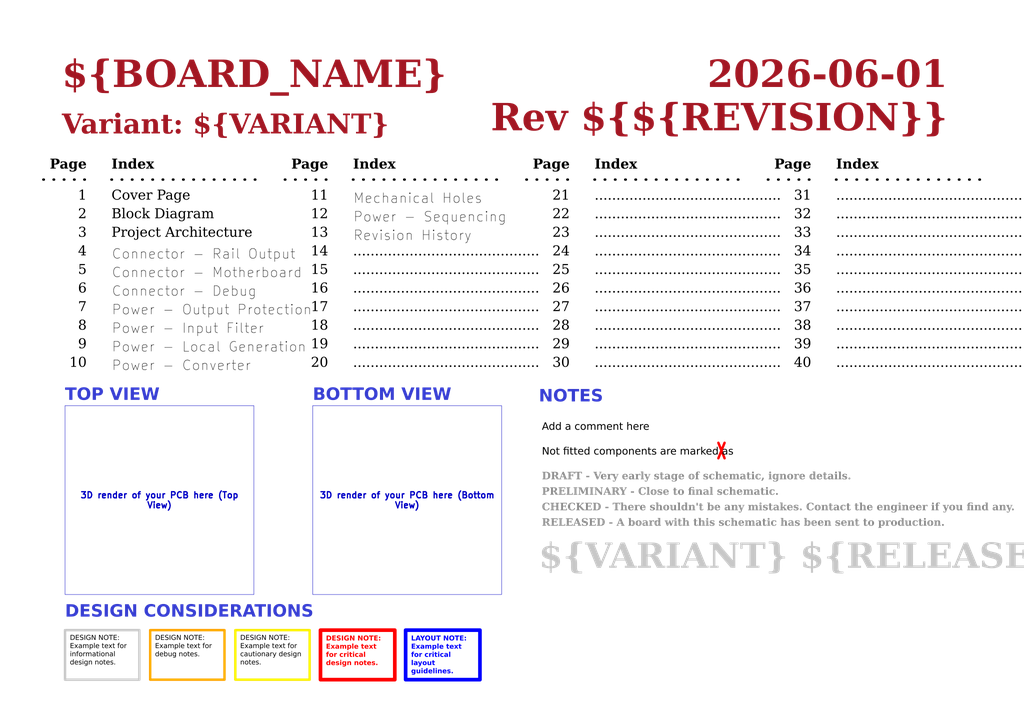
<source format=kicad_sch>
(kicad_sch
	(version 20231120)
	(generator "eeschema")
	(generator_version "8.0")
	(uuid "0650c7a8-acba-429c-9f8e-eec0baf0bc1c")
	(paper "A3")
	(title_block
		(title "Cover Page")
		(date "Last Modified Date")
		(rev "${REVISION}")
		(company "${COMPANY}")
	)
	(lib_symbols)
	(polyline
		(pts
			(xy 215.9 73.66) (xy 233.68 73.66)
		)
		(stroke
			(width 1)
			(type dot)
			(color 0 0 0 1)
		)
		(uuid "024689d9-b8ca-41ae-b55d-6ff207f6e101")
	)
	(polyline
		(pts
			(xy 297.18 181.61) (xy 294.64 187.96)
		)
		(stroke
			(width 1)
			(type default)
			(color 255 0 0 1)
		)
		(uuid "4ae2cac4-7676-4a8d-91c4-c6c6f4585019")
	)
	(polyline
		(pts
			(xy 45.72 73.66) (xy 106.68 73.66)
		)
		(stroke
			(width 1)
			(type dot)
			(color 0 0 0 1)
		)
		(uuid "594379bc-c052-4d2e-996b-8b5c1a0857fd")
	)
	(polyline
		(pts
			(xy 342.9 73.66) (xy 403.86 73.66)
		)
		(stroke
			(width 1)
			(type dot)
			(color 0 0 0 1)
		)
		(uuid "8ca04e4f-914f-46ae-b7bb-c241f34f0be3")
	)
	(polyline
		(pts
			(xy 243.84 73.66) (xy 304.8 73.66)
		)
		(stroke
			(width 1)
			(type dot)
			(color 0 0 0 1)
		)
		(uuid "90aedf20-3619-4eea-9142-e5201cfa9329")
	)
	(polyline
		(pts
			(xy 116.84 73.66) (xy 134.62 73.66)
		)
		(stroke
			(width 1)
			(type dot)
			(color 0 0 0 1)
		)
		(uuid "aa27a991-1dd0-4ddb-a292-69ddc074d2fe")
	)
	(polyline
		(pts
			(xy 17.78 73.66) (xy 35.56 73.66)
		)
		(stroke
			(width 1)
			(type dot)
			(color 0 0 0 1)
		)
		(uuid "aefa0f5d-e237-48a6-8d0d-7925958d23a4")
	)
	(polyline
		(pts
			(xy 294.64 181.61) (xy 297.18 187.96)
		)
		(stroke
			(width 1)
			(type default)
			(color 255 0 0 1)
		)
		(uuid "b16ef1e7-4b58-4125-810d-81e7071984f8")
	)
	(polyline
		(pts
			(xy 144.78 73.66) (xy 205.74 73.66)
		)
		(stroke
			(width 1)
			(type dot)
			(color 0 0 0 1)
		)
		(uuid "d03f8f3f-5543-483d-a054-040e77e06c0e")
	)
	(polyline
		(pts
			(xy 314.96 73.66) (xy 332.74 73.66)
		)
		(stroke
			(width 1)
			(type dot)
			(color 0 0 0 1)
		)
		(uuid "f1ab5a98-3d21-4c83-b2d8-cfe1793d64cb")
	)
	(text_box "3D render of your PCB here (Bottom View)"
		(exclude_from_sim no)
		(at 128.27 166.37 0)
		(size 77.47 77.47)
		(stroke
			(width 0)
			(type default)
		)
		(fill
			(type none)
		)
		(effects
			(font
				(size 2.54 2.54)
				(thickness 0.508)
				(bold yes)
			)
		)
		(uuid "0c38d11f-bb11-46db-a91c-ebc0b30e95f5")
	)
	(text_box "3D render of your PCB here (Top View)"
		(exclude_from_sim no)
		(at 26.67 166.37 0)
		(size 77.47 77.47)
		(stroke
			(width 0)
			(type default)
		)
		(fill
			(type none)
		)
		(effects
			(font
				(size 2.54 2.54)
				(thickness 0.508)
				(bold yes)
			)
		)
		(uuid "2d015f2a-bc39-4866-bbd9-40b03d497a26")
	)
	(text_box "Metadata can be set in File → Schematic Setup → Project → Text Variables"
		(exclude_from_sim no)
		(at 8.89 300.99 0)
		(size 119.38 6.35)
		(stroke
			(width -0.0001)
			(type default)
		)
		(fill
			(type none)
		)
		(effects
			(font
				(size 2.54 2.54)
				(thickness 0.381)
				(bold yes)
				(color 0 0 0 1)
			)
			(justify right top)
		)
		(uuid "4d4fc8f9-28d9-4b33-b78d-b00f0a2b33ca")
	)
	(text_box "DESIGN NOTE:\nExample text for informational design notes."
		(exclude_from_sim no)
		(at 26.67 258.445 0)
		(size 30.48 20.32)
		(stroke
			(width 1)
			(type solid)
			(color 200 200 200 1)
		)
		(fill
			(type none)
		)
		(effects
			(font
				(face "Arial")
				(size 2 2)
				(color 0 0 0 1)
			)
			(justify left top)
		)
		(uuid "60b6a08c-a542-468e-b79f-aa4a2aa0e9e7")
	)
	(text_box "LAYOUT NOTE:\nExample text for critical layout guidelines."
		(exclude_from_sim no)
		(at 166.37 258.445 0)
		(size 30.48 20.32)
		(stroke
			(width 1.5)
			(type solid)
			(color 0 0 255 1)
		)
		(fill
			(type none)
		)
		(effects
			(font
				(face "Arial")
				(size 2 2)
				(thickness 0.4)
				(bold yes)
				(color 0 0 255 1)
			)
			(justify left top)
		)
		(uuid "b2648603-9b19-4c01-9621-49d92c5b8a6e")
	)
	(text_box "DESIGN NOTE:\nExample text for cautionary design notes."
		(exclude_from_sim no)
		(at 96.52 258.445 0)
		(size 30.48 20.32)
		(stroke
			(width 1)
			(type solid)
			(color 250 236 0 1)
		)
		(fill
			(type none)
		)
		(effects
			(font
				(face "Arial")
				(size 2 2)
				(color 0 0 0 1)
			)
			(justify left top)
		)
		(uuid "c7ec7f64-f5b0-4d3e-9743-7d40c3e23ecf")
	)
	(text_box "DESIGN NOTE:\nExample text for debug notes."
		(exclude_from_sim no)
		(at 61.595 258.445 0)
		(size 30.48 20.32)
		(stroke
			(width 1)
			(type solid)
			(color 255 165 0 1)
		)
		(fill
			(type none)
		)
		(effects
			(font
				(face "Arial")
				(size 2 2)
				(color 0 0 0 1)
			)
			(justify left top)
		)
		(uuid "c8bf2561-6ede-45f0-9b2e-12af2dfee13b")
	)
	(text_box "DESIGN NOTE:\nExample text for critical design notes."
		(exclude_from_sim no)
		(at 131.445 258.445 0)
		(size 30.48 20.32)
		(stroke
			(width 1.5)
			(type solid)
			(color 255 0 0 1)
		)
		(fill
			(type none)
		)
		(effects
			(font
				(face "Arial")
				(size 2 2)
				(thickness 0.4)
				(bold yes)
				(color 255 0 0 1)
			)
			(justify left top)
		)
		(uuid "d03e1008-e371-461f-a9f2-320d8a2b7341")
	)
	(text "9"
		(exclude_from_sim no)
		(at 35.56 144.78 0)
		(effects
			(font
				(face "Times New Roman")
				(size 4 4)
				(color 0 0 0 1)
			)
			(justify right bottom)
			(href "#9")
		)
		(uuid "0171ecc8-df6f-418e-95ea-db73cf975716")
	)
	(text "BOTTOM VIEW"
		(exclude_from_sim no)
		(at 128.27 166.37 0)
		(effects
			(font
				(face "Arial")
				(size 5 5)
				(bold yes)
				(color 53 60 207 1)
			)
			(justify left bottom)
		)
		(uuid "041ff709-0f5e-466e-adab-d03afffd90b7")
	)
	(text "..........................................."
		(exclude_from_sim no)
		(at 243.84 99.06 0)
		(effects
			(font
				(face "Times New Roman")
				(size 4 4)
				(color 0 0 0 1)
			)
			(justify left bottom)
			(href "#23")
		)
		(uuid "0647f622-b644-4538-802a-42edf8cdccc5")
	)
	(text "13"
		(exclude_from_sim no)
		(at 134.62 99.06 0)
		(effects
			(font
				(face "Times New Roman")
				(size 4 4)
				(color 0 0 0 1)
			)
			(justify right bottom)
			(href "#13")
		)
		(uuid "09a9f005-609a-4854-9ba5-f5a5e7b8d7c7")
	)
	(text "RELEASED - A board with this schematic has been sent to production."
		(exclude_from_sim no)
		(at 222.25 217.17 0)
		(effects
			(font
				(face "Times New Roman")
				(size 3 3)
				(thickness 0.6)
				(bold yes)
				(color 140 140 140 1)
			)
			(justify left bottom)
		)
		(uuid "10cbc67f-d688-44d7-9e2b-bee41b99ad5c")
	)
	(text "Page"
		(exclude_from_sim no)
		(at 332.74 71.12 0)
		(effects
			(font
				(face "Times New Roman")
				(size 4 4)
				(bold yes)
				(color 0 0 0 1)
			)
			(justify right bottom)
		)
		(uuid "1b60c0cc-bf04-4615-8796-1ecc890b346a")
	)
	(text "TOP VIEW"
		(exclude_from_sim no)
		(at 26.67 166.37 0)
		(effects
			(font
				(face "Arial")
				(size 5 5)
				(bold yes)
				(color 53 60 207 1)
			)
			(justify left bottom)
		)
		(uuid "1c033b5c-f50d-4e0f-94c4-59e72fb244de")
	)
	(text "3"
		(exclude_from_sim no)
		(at 35.56 99.06 0)
		(effects
			(font
				(face "Times New Roman")
				(size 4 4)
				(color 0 0 0 1)
			)
			(justify right bottom)
			(href "#3")
		)
		(uuid "1dd16a1b-b3b8-42a1-b678-3a7b261e7284")
	)
	(text "38"
		(exclude_from_sim no)
		(at 332.74 137.16 0)
		(effects
			(font
				(face "Times New Roman")
				(size 4 4)
				(color 0 0 0 1)
			)
			(justify right bottom)
			(href "#38")
		)
		(uuid "2d20025d-61e4-451d-b51e-153fedc44d68")
	)
	(text "Power - Converter"
		(exclude_from_sim no)
		(at 45.72 152.4 0)
		(effects
			(font
				(size 4 4)
				(color 0 0 0 1)
			)
			(justify left bottom)
			(href "#10")
		)
		(uuid "2df49b6e-980f-4a01-ab23-c61ed27bd1b8")
	)
	(text "Power - Local Generation"
		(exclude_from_sim no)
		(at 45.72 144.78 0)
		(effects
			(font
				(size 4 4)
				(color 0 0 0 1)
			)
			(justify left bottom)
			(href "#9")
		)
		(uuid "319dfe95-cf7d-4b95-aa65-2f948d7bd6bc")
	)
	(text "Power - Input Filter"
		(exclude_from_sim no)
		(at 45.72 137.16 0)
		(effects
			(font
				(size 4 4)
				(color 0 0 0 1)
			)
			(justify left bottom)
			(href "#8")
		)
		(uuid "339f13bd-0896-43a1-925e-733e36e395bd")
	)
	(text "..........................................."
		(exclude_from_sim no)
		(at 144.78 121.92 0)
		(effects
			(font
				(face "Times New Roman")
				(size 4 4)
				(color 0 0 0 1)
			)
			(justify left bottom)
			(href "#16")
		)
		(uuid "34c28277-d6a5-4104-8740-b78485a8ff4c")
	)
	(text "1"
		(exclude_from_sim no)
		(at 35.56 83.82 0)
		(effects
			(font
				(face "Times New Roman")
				(size 4 4)
				(color 0 0 0 1)
			)
			(justify right bottom)
			(href "#1")
		)
		(uuid "3691ab49-6c05-4886-869a-12221f52fdee")
	)
	(text "Not fitted components are marked as"
		(exclude_from_sim no)
		(at 222.25 187.96 0)
		(effects
			(font
				(face "Arial")
				(size 3 3)
				(color 0 0 0 1)
			)
			(justify left bottom)
		)
		(uuid "3e121d9b-11e9-4895-9779-ade93d5b2a88")
	)
	(text "..........................................."
		(exclude_from_sim no)
		(at 243.84 152.4 0)
		(effects
			(font
				(face "Times New Roman")
				(size 4 4)
				(color 0 0 0 1)
			)
			(justify left bottom)
			(href "#30")
		)
		(uuid "41bb0f90-1135-4d50-9d44-9fb04444ecf6")
	)
	(text "Index"
		(exclude_from_sim no)
		(at 45.72 71.12 0)
		(effects
			(font
				(face "Times New Roman")
				(size 4 4)
				(bold yes)
				(color 0 0 0 1)
			)
			(justify left bottom)
		)
		(uuid "44841f0e-187c-41b9-a570-9f74973319c9")
	)
	(text "Revision History"
		(exclude_from_sim no)
		(at 144.78 99.06 0)
		(effects
			(font
				(size 4 4)
				(color 0 0 0 1)
			)
			(justify left bottom)
			(href "#13")
		)
		(uuid "461ef4aa-5f24-4935-a427-92bbc78a05f3")
	)
	(text "Index"
		(exclude_from_sim no)
		(at 144.78 71.12 0)
		(effects
			(font
				(face "Times New Roman")
				(size 4 4)
				(bold yes)
				(color 0 0 0 1)
			)
			(justify left bottom)
		)
		(uuid "4773b195-e777-483d-bd5a-5b18be14b485")
	)
	(text "27"
		(exclude_from_sim no)
		(at 233.68 129.54 0)
		(effects
			(font
				(face "Times New Roman")
				(size 4 4)
				(color 0 0 0 1)
			)
			(justify right bottom)
			(href "#27")
		)
		(uuid "47e5ef3a-a936-4417-8e04-a70df1a04676")
	)
	(text "15"
		(exclude_from_sim no)
		(at 134.62 114.3 0)
		(effects
			(font
				(face "Times New Roman")
				(size 4 4)
				(color 0 0 0 1)
			)
			(justify right bottom)
			(href "#15")
		)
		(uuid "48cae9b2-9935-4ee2-a962-685c04325434")
	)
	(text "6"
		(exclude_from_sim no)
		(at 35.56 121.92 0)
		(effects
			(font
				(face "Times New Roman")
				(size 4 4)
				(color 0 0 0 1)
			)
			(justify right bottom)
			(href "#6")
		)
		(uuid "4aa9b67c-c657-48d1-abb0-497faf20008a")
	)
	(text "PRELIMINARY - Close to final schematic."
		(exclude_from_sim no)
		(at 222.25 204.47 0)
		(effects
			(font
				(face "Times New Roman")
				(size 3 3)
				(thickness 0.6)
				(bold yes)
				(color 140 140 140 1)
			)
			(justify left bottom)
		)
		(uuid "4b75d6be-e2b4-4862-a5fd-f3239bff6734")
	)
	(text "24"
		(exclude_from_sim no)
		(at 233.68 106.68 0)
		(effects
			(font
				(face "Times New Roman")
				(size 4 4)
				(color 0 0 0 1)
			)
			(justify right bottom)
			(href "#24")
		)
		(uuid "4d10b8f7-ee9d-4539-987e-2871a213b2d6")
	)
	(text "${VARIANT} ${RELEASE_DATE}"
		(exclude_from_sim no)
		(at 220.98 237.49 0)
		(effects
			(font
				(face "Times New Roman")
				(size 10.16 10.16)
				(thickness 0.6)
				(bold yes)
				(color 200 200 200 1)
			)
			(justify left bottom)
		)
		(uuid "4f144e11-d681-45f3-b92d-dea6c28023e4")
	)
	(text "Page"
		(exclude_from_sim no)
		(at 35.56 71.12 0)
		(effects
			(font
				(face "Times New Roman")
				(size 4 4)
				(bold yes)
				(color 0 0 0 1)
			)
			(justify right bottom)
		)
		(uuid "5216de6a-28ab-4e49-a422-9fd32d8fed67")
	)
	(text "Connector - Rail Output\n"
		(exclude_from_sim no)
		(at 45.72 106.68 0)
		(effects
			(font
				(size 4 4)
				(color 0 0 0 1)
			)
			(justify left bottom)
			(href "#4")
		)
		(uuid "547bb3ec-bec4-4b68-a38e-2ac56be29bd3")
	)
	(text "..........................................."
		(exclude_from_sim no)
		(at 243.84 129.54 0)
		(effects
			(font
				(face "Times New Roman")
				(size 4 4)
				(color 0 0 0 1)
			)
			(justify left bottom)
			(href "#27")
		)
		(uuid "598c6218-39d7-40a8-878a-842531c6a754")
	)
	(text "8"
		(exclude_from_sim no)
		(at 35.56 137.16 0)
		(effects
			(font
				(face "Times New Roman")
				(size 4 4)
				(color 0 0 0 1)
			)
			(justify right bottom)
			(href "#8")
		)
		(uuid "5dd35c87-2aeb-4c16-ab79-fbda71c4347a")
	)
	(text "14"
		(exclude_from_sim no)
		(at 134.62 106.68 0)
		(effects
			(font
				(face "Times New Roman")
				(size 4 4)
				(color 0 0 0 1)
			)
			(justify right bottom)
			(href "#14")
		)
		(uuid "5e529423-56be-4ad0-9794-38b960fa0634")
	)
	(text "..........................................."
		(exclude_from_sim no)
		(at 342.9 137.16 0)
		(effects
			(font
				(face "Times New Roman")
				(size 4 4)
				(color 0 0 0 1)
			)
			(justify left bottom)
			(href "#38")
		)
		(uuid "5ec61f31-3c66-4623-97e5-d26d3b9bb1be")
	)
	(text "..........................................."
		(exclude_from_sim no)
		(at 342.9 152.4 0)
		(effects
			(font
				(face "Times New Roman")
				(size 4 4)
				(color 0 0 0 1)
			)
			(justify left bottom)
			(href "#40")
		)
		(uuid "65f25bf1-cc7d-4807-9afa-0a0ac612f9b3")
	)
	(text "23"
		(exclude_from_sim no)
		(at 233.68 99.06 0)
		(effects
			(font
				(face "Times New Roman")
				(size 4 4)
				(color 0 0 0 1)
			)
			(justify right bottom)
			(href "#23")
		)
		(uuid "68aaa364-f788-45fb-b731-7b1eda7a6c6c")
	)
	(text "Index"
		(exclude_from_sim no)
		(at 243.84 71.12 0)
		(effects
			(font
				(face "Times New Roman")
				(size 4 4)
				(bold yes)
				(color 0 0 0 1)
			)
			(justify left bottom)
		)
		(uuid "6eee427d-5608-4f64-99d8-6d8e4391a6b0")
	)
	(text "..........................................."
		(exclude_from_sim no)
		(at 342.9 91.44 0)
		(effects
			(font
				(face "Times New Roman")
				(size 4 4)
				(color 0 0 0 1)
			)
			(justify left bottom)
			(href "#32")
		)
		(uuid "71058a62-023a-4e0a-b0c4-c0fb8bf95cc8")
	)
	(text "5"
		(exclude_from_sim no)
		(at 35.56 114.3 0)
		(effects
			(font
				(face "Times New Roman")
				(size 4 4)
				(color 0 0 0 1)
			)
			(justify right bottom)
			(href "#5")
		)
		(uuid "718e4830-a352-43f0-b9c5-1495032b5970")
	)
	(text "${CURRENT_DATE}"
		(exclude_from_sim no)
		(at 388.62 40.64 0)
		(effects
			(font
				(face "Times New Roman")
				(size 11 11)
				(thickness 1)
				(bold yes)
				(color 162 22 34 1)
			)
			(justify right bottom)
		)
		(uuid "752b8016-2b6c-433a-9e5a-755eac1f800d")
	)
	(text "26"
		(exclude_from_sim no)
		(at 233.68 121.92 0)
		(effects
			(font
				(face "Times New Roman")
				(size 4 4)
				(color 0 0 0 1)
			)
			(justify right bottom)
			(href "#26")
		)
		(uuid "78da4ba2-8c96-4e51-9a03-b14367dceea0")
	)
	(text "16"
		(exclude_from_sim no)
		(at 134.62 121.92 0)
		(effects
			(font
				(face "Times New Roman")
				(size 4 4)
				(color 0 0 0 1)
			)
			(justify right bottom)
			(href "#16")
		)
		(uuid "7a577aea-9c53-4431-8f38-6cd521e907d0")
	)
	(text "10"
		(exclude_from_sim no)
		(at 35.56 152.4 0)
		(effects
			(font
				(face "Times New Roman")
				(size 4 4)
				(color 0 0 0 1)
			)
			(justify right bottom)
			(href "#10")
		)
		(uuid "7caa34f0-df91-4ed4-bb8e-ff81315f8c93")
	)
	(text "35"
		(exclude_from_sim no)
		(at 332.74 114.3 0)
		(effects
			(font
				(face "Times New Roman")
				(size 4 4)
				(color 0 0 0 1)
			)
			(justify right bottom)
			(href "#35")
		)
		(uuid "7d4a16f6-fc91-424a-bffd-707dc25afa40")
	)
	(text "18"
		(exclude_from_sim no)
		(at 134.62 137.16 0)
		(effects
			(font
				(face "Times New Roman")
				(size 4 4)
				(color 0 0 0 1)
			)
			(justify right bottom)
			(href "#18")
		)
		(uuid "7d4de17d-b484-45d2-95af-1050fc297950")
	)
	(text "33"
		(exclude_from_sim no)
		(at 332.74 99.06 0)
		(effects
			(font
				(face "Times New Roman")
				(size 4 4)
				(color 0 0 0 1)
			)
			(justify right bottom)
			(href "#33")
		)
		(uuid "7fd97343-03c5-4f22-a59e-bc2d9fd9af23")
	)
	(text "Variant: ${VARIANT}"
		(exclude_from_sim no)
		(at 25.4 58.42 0)
		(effects
			(font
				(face "Times New Roman")
				(size 8 8)
				(thickness 1)
				(bold yes)
				(color 162 22 34 1)
			)
			(justify left bottom)
		)
		(uuid "832c6231-94ea-4718-8f70-96006b71efdf")
	)
	(text "4"
		(exclude_from_sim no)
		(at 35.56 106.68 0)
		(effects
			(font
				(face "Times New Roman")
				(size 4 4)
				(color 0 0 0 1)
			)
			(justify right bottom)
			(href "#4")
		)
		(uuid "8d802a1e-8c90-4592-9cec-00ce1173b8bd")
	)
	(text "11"
		(exclude_from_sim no)
		(at 134.62 83.82 0)
		(effects
			(font
				(face "Times New Roman")
				(size 4 4)
				(color 0 0 0 1)
			)
			(justify right bottom)
			(href "#11")
		)
		(uuid "8d827c06-285c-46bc-8024-d46f4098d9e5")
	)
	(text "Rev ${REVISION}"
		(exclude_from_sim no)
		(at 388.62 58.42 0)
		(effects
			(font
				(face "Times New Roman")
				(size 11 11)
				(thickness 1)
				(bold yes)
				(color 162 22 34 1)
			)
			(justify right bottom)
		)
		(uuid "9008c96f-82fa-4b3f-88a3-9ae35f59090b")
	)
	(text "..........................................."
		(exclude_from_sim no)
		(at 243.84 106.68 0)
		(effects
			(font
				(face "Times New Roman")
				(size 4 4)
				(color 0 0 0 1)
			)
			(justify left bottom)
			(href "#24")
		)
		(uuid "91ef4a1a-faaf-4d16-b090-6e6451092c3a")
	)
	(text "28"
		(exclude_from_sim no)
		(at 233.68 137.16 0)
		(effects
			(font
				(face "Times New Roman")
				(size 4 4)
				(color 0 0 0 1)
			)
			(justify right bottom)
			(href "#28")
		)
		(uuid "9310b062-10e2-49af-a22c-1c9854a7f3f0")
	)
	(text "..........................................."
		(exclude_from_sim no)
		(at 243.84 144.78 0)
		(effects
			(font
				(face "Times New Roman")
				(size 4 4)
				(color 0 0 0 1)
			)
			(justify left bottom)
			(href "#29")
		)
		(uuid "93713c73-3aba-4b0b-9f3c-b37ab3721f94")
	)
	(text "..........................................."
		(exclude_from_sim no)
		(at 243.84 91.44 0)
		(effects
			(font
				(face "Times New Roman")
				(size 4 4)
				(color 0 0 0 1)
			)
			(justify left bottom)
			(href "#22")
		)
		(uuid "93b242cb-0b6a-48cc-a920-659ba5a2d4b9")
	)
	(text "..........................................."
		(exclude_from_sim no)
		(at 342.9 144.78 0)
		(effects
			(font
				(face "Times New Roman")
				(size 4 4)
				(color 0 0 0 1)
			)
			(justify left bottom)
			(href "#39")
		)
		(uuid "9413d17b-fd74-4a56-8014-ec2904184d8a")
	)
	(text "Connector - Motherboard"
		(exclude_from_sim no)
		(at 45.72 114.3 0)
		(effects
			(font
				(size 4 4)
				(color 0 0 0 1)
			)
			(justify left bottom)
			(href "#5")
		)
		(uuid "9413d28a-c2b4-4d73-ae2d-68b4717d1b67")
	)
	(text "Page"
		(exclude_from_sim no)
		(at 233.68 71.12 0)
		(effects
			(font
				(face "Times New Roman")
				(size 4 4)
				(bold yes)
				(color 0 0 0 1)
			)
			(justify right bottom)
		)
		(uuid "959ea2a5-595d-4c64-a44e-f0c1c6497852")
	)
	(text "..........................................."
		(exclude_from_sim no)
		(at 144.78 144.78 0)
		(effects
			(font
				(face "Times New Roman")
				(size 4 4)
				(color 0 0 0 1)
			)
			(justify left bottom)
			(href "#19")
		)
		(uuid "9d747571-2a3a-41dd-b7ab-0c07afaa5df1")
	)
	(text "Mechanical Holes"
		(exclude_from_sim no)
		(at 144.78 83.82 0)
		(effects
			(font
				(size 4 4)
				(color 0 0 0 1)
			)
			(justify left bottom)
			(href "#11")
		)
		(uuid "9e3e9ac8-468f-4f09-9650-682992859fd0")
	)
	(text "..........................................."
		(exclude_from_sim no)
		(at 144.78 129.54 0)
		(effects
			(font
				(face "Times New Roman")
				(size 4 4)
				(color 0 0 0 1)
			)
			(justify left bottom)
			(href "#17")
		)
		(uuid "a2bb1bed-8e4e-4038-8b4e-99f9457f4c30")
	)
	(text "31"
		(exclude_from_sim no)
		(at 332.74 83.82 0)
		(effects
			(font
				(face "Times New Roman")
				(size 4 4)
				(color 0 0 0 1)
			)
			(justify right bottom)
			(href "#31")
		)
		(uuid "a8eb70a2-f43e-480c-afdf-7e91507527a7")
	)
	(text "36"
		(exclude_from_sim no)
		(at 332.74 121.92 0)
		(effects
			(font
				(face "Times New Roman")
				(size 4 4)
				(color 0 0 0 1)
			)
			(justify right bottom)
			(href "#36")
		)
		(uuid "a95a57c3-0ec4-4b96-8edf-d46ee18a4a8e")
	)
	(text "..........................................."
		(exclude_from_sim no)
		(at 243.84 137.16 0)
		(effects
			(font
				(face "Times New Roman")
				(size 4 4)
				(color 0 0 0 1)
			)
			(justify left bottom)
			(href "#28")
		)
		(uuid "ad40278e-f3e6-4c25-8fa4-1f4e3918f822")
	)
	(text "22"
		(exclude_from_sim no)
		(at 233.68 91.44 0)
		(effects
			(font
				(face "Times New Roman")
				(size 4 4)
				(color 0 0 0 1)
			)
			(justify right bottom)
			(href "#22")
		)
		(uuid "ada746a9-1ac8-4ba5-b1f0-e040d6c0fa14")
	)
	(text "..........................................."
		(exclude_from_sim no)
		(at 144.78 114.3 0)
		(effects
			(font
				(face "Times New Roman")
				(size 4 4)
				(color 0 0 0 1)
			)
			(justify left bottom)
			(href "#15")
		)
		(uuid "ae6c0242-f9a8-4717-86dd-2d27e5dc9018")
	)
	(text "..........................................."
		(exclude_from_sim no)
		(at 342.9 83.82 0)
		(effects
			(font
				(face "Times New Roman")
				(size 4 4)
				(color 0 0 0 1)
			)
			(justify left bottom)
			(href "#31")
		)
		(uuid "b39085c9-1ebe-4dab-a6c1-54ab08707fbf")
	)
	(text "25"
		(exclude_from_sim no)
		(at 233.68 114.3 0)
		(effects
			(font
				(face "Times New Roman")
				(size 4 4)
				(color 0 0 0 1)
			)
			(justify right bottom)
			(href "#25")
		)
		(uuid "b3f10ccd-dd30-4e1a-9a39-191e590211cc")
	)
	(text "${BOARD_NAME}"
		(exclude_from_sim no)
		(at 25.4 40.64 0)
		(effects
			(font
				(face "Times New Roman")
				(size 11 11)
				(thickness 1)
				(bold yes)
				(color 162 22 34 1)
			)
			(justify left bottom)
		)
		(uuid "b5491481-138f-4748-8f60-dc51e3284b98")
	)
	(text "..........................................."
		(exclude_from_sim no)
		(at 243.84 121.92 0)
		(effects
			(font
				(face "Times New Roman")
				(size 4 4)
				(color 0 0 0 1)
			)
			(justify left bottom)
			(href "#26")
		)
		(uuid "b55022f1-bde3-45d1-ab63-474a18aef763")
	)
	(text "..........................................."
		(exclude_from_sim no)
		(at 342.9 106.68 0)
		(effects
			(font
				(face "Times New Roman")
				(size 4 4)
				(color 0 0 0 1)
			)
			(justify left bottom)
			(href "#34")
		)
		(uuid "b5c8bc07-6a7e-4ec3-955b-9e6a13622c4e")
	)
	(text "37"
		(exclude_from_sim no)
		(at 332.74 129.54 0)
		(effects
			(font
				(face "Times New Roman")
				(size 4 4)
				(color 0 0 0 1)
			)
			(justify right bottom)
			(href "#37")
		)
		(uuid "baff535e-40df-4979-8ad1-9d6e8282e1a0")
	)
	(text "Page"
		(exclude_from_sim no)
		(at 134.62 71.12 0)
		(effects
			(font
				(face "Times New Roman")
				(size 4 4)
				(bold yes)
				(color 0 0 0 1)
			)
			(justify right bottom)
		)
		(uuid "beb5ee3d-ad62-4c0c-ab18-390f8e3c78c4")
	)
	(text "DRAFT - Very early stage of schematic, ignore details."
		(exclude_from_sim no)
		(at 222.25 198.12 0)
		(effects
			(font
				(face "Times New Roman")
				(size 3 3)
				(thickness 0.6)
				(bold yes)
				(color 140 140 140 1)
			)
			(justify left bottom)
		)
		(uuid "c1828499-d221-4dc2-9c7b-c9d850654d5e")
	)
	(text "..........................................."
		(exclude_from_sim no)
		(at 144.78 106.68 0)
		(effects
			(font
				(face "Times New Roman")
				(size 4 4)
				(color 0 0 0 1)
			)
			(justify left bottom)
			(href "#14")
		)
		(uuid "c492727f-a5a2-4efb-9f13-b55fb4c5125a")
	)
	(text "Index"
		(exclude_from_sim no)
		(at 342.9 71.12 0)
		(effects
			(font
				(face "Times New Roman")
				(size 4 4)
				(bold yes)
				(color 0 0 0 1)
			)
			(justify left bottom)
		)
		(uuid "c52bc9e5-2c42-41e6-ae08-fabef868928a")
	)
	(text "Connector - Debug"
		(exclude_from_sim no)
		(at 45.72 121.92 0)
		(effects
			(font
				(size 4 4)
				(color 0 0 0 1)
			)
			(justify left bottom)
			(href "#6")
		)
		(uuid "c787ff5d-5d58-4a12-8967-dc99673505b9")
	)
	(text "..........................................."
		(exclude_from_sim no)
		(at 342.9 121.92 0)
		(effects
			(font
				(face "Times New Roman")
				(size 4 4)
				(color 0 0 0 1)
			)
			(justify left bottom)
			(href "#36")
		)
		(uuid "c8a13f8e-6347-4971-97e9-3bbacc8fb0b5")
	)
	(text "..........................................."
		(exclude_from_sim no)
		(at 342.9 114.3 0)
		(effects
			(font
				(face "Times New Roman")
				(size 4 4)
				(color 0 0 0 1)
			)
			(justify left bottom)
			(href "#35")
		)
		(uuid "c932f64b-e011-46ca-8efc-bb2f186e8b13")
	)
	(text "Block Diagram"
		(exclude_from_sim no)
		(at 45.72 91.44 0)
		(effects
			(font
				(face "Times New Roman")
				(size 4 4)
				(color 0 0 0 1)
			)
			(justify left bottom)
			(href "#2")
		)
		(uuid "caeb7f52-f34e-4432-b129-9207069a1ad5")
	)
	(text "19"
		(exclude_from_sim no)
		(at 134.62 144.78 0)
		(effects
			(font
				(face "Times New Roman")
				(size 4 4)
				(color 0 0 0 1)
			)
			(justify right bottom)
			(href "#19")
		)
		(uuid "cbf7eaea-8009-4ccd-9079-9d687b9a3603")
	)
	(text "30"
		(exclude_from_sim no)
		(at 233.68 152.4 0)
		(effects
			(font
				(face "Times New Roman")
				(size 4 4)
				(color 0 0 0 1)
			)
			(justify right bottom)
			(href "#30")
		)
		(uuid "cea38a57-40f7-465f-b054-ff626e3218d0")
	)
	(text "7"
		(exclude_from_sim no)
		(at 35.56 129.54 0)
		(effects
			(font
				(face "Times New Roman")
				(size 4 4)
				(color 0 0 0 1)
			)
			(justify right bottom)
			(href "#7")
		)
		(uuid "cf9779c0-4a62-4a6f-9127-07f6919e9e8d")
	)
	(text "..........................................."
		(exclude_from_sim no)
		(at 243.84 114.3 0)
		(effects
			(font
				(face "Times New Roman")
				(size 4 4)
				(color 0 0 0 1)
			)
			(justify left bottom)
			(href "#25")
		)
		(uuid "d06fb69a-43a5-466c-8174-3edde239a7c0")
	)
	(text "12"
		(exclude_from_sim no)
		(at 134.62 91.44 0)
		(effects
			(font
				(face "Times New Roman")
				(size 4 4)
				(color 0 0 0 1)
			)
			(justify right bottom)
			(href "#12")
		)
		(uuid "d450aa41-7115-44ab-9cc7-2fa118545b00")
	)
	(text "21"
		(exclude_from_sim no)
		(at 233.68 83.82 0)
		(effects
			(font
				(face "Times New Roman")
				(size 4 4)
				(color 0 0 0 1)
			)
			(justify right bottom)
			(href "#21")
		)
		(uuid "d7ac5948-93ba-4038-95c3-cb73c27df74a")
	)
	(text "Add a comment here"
		(exclude_from_sim no)
		(at 222.25 177.8 0)
		(effects
			(font
				(face "Arial")
				(size 3 3)
				(color 0 0 0 1)
			)
			(justify left bottom)
		)
		(uuid "d8d8425a-4141-4ddb-8e75-262db2d23ce8")
	)
	(text "2"
		(exclude_from_sim no)
		(at 35.56 91.44 0)
		(effects
			(font
				(face "Times New Roman")
				(size 4 4)
				(color 0 0 0 1)
			)
			(justify right bottom)
			(href "#2")
		)
		(uuid "dca5e168-6a76-4eb2-b335-e6c030ded824")
	)
	(text "39"
		(exclude_from_sim no)
		(at 332.74 144.78 0)
		(effects
			(font
				(face "Times New Roman")
				(size 4 4)
				(color 0 0 0 1)
			)
			(justify right bottom)
			(href "#39")
		)
		(uuid "e216870b-45fe-49b3-8e55-d9668eb9df44")
	)
	(text "..........................................."
		(exclude_from_sim no)
		(at 144.78 137.16 0)
		(effects
			(font
				(face "Times New Roman")
				(size 4 4)
				(color 0 0 0 1)
			)
			(justify left bottom)
			(href "#18")
		)
		(uuid "e518f3ad-92c7-4755-8883-22916bfc7d1f")
	)
	(text "..........................................."
		(exclude_from_sim no)
		(at 342.9 99.06 0)
		(effects
			(font
				(face "Times New Roman")
				(size 4 4)
				(color 0 0 0 1)
			)
			(justify left bottom)
			(href "#33")
		)
		(uuid "e5564811-ffd2-4bd9-9644-ff1dc80ebf87")
	)
	(text "..........................................."
		(exclude_from_sim no)
		(at 144.78 152.4 0)
		(effects
			(font
				(face "Times New Roman")
				(size 4 4)
				(color 0 0 0 1)
			)
			(justify left bottom)
			(href "#20")
		)
		(uuid "e58de9a8-7551-4002-91cc-eb758bb6876c")
	)
	(text "34"
		(exclude_from_sim no)
		(at 332.74 106.68 0)
		(effects
			(font
				(face "Times New Roman")
				(size 4 4)
				(color 0 0 0 1)
			)
			(justify right bottom)
			(href "#34")
		)
		(uuid "e60ef77b-a7db-4a46-901f-5793e4acc58b")
	)
	(text "29"
		(exclude_from_sim no)
		(at 233.68 144.78 0)
		(effects
			(font
				(face "Times New Roman")
				(size 4 4)
				(color 0 0 0 1)
			)
			(justify right bottom)
			(href "#29")
		)
		(uuid "e83f0c3e-ac1d-4432-a8de-ba5a2be8aa4a")
	)
	(text "Cover Page"
		(exclude_from_sim no)
		(at 45.72 83.82 0)
		(effects
			(font
				(face "Times New Roman")
				(size 4 4)
				(color 0 0 0 1)
			)
			(justify left bottom)
			(href "#1")
		)
		(uuid "e9964413-67ff-4f53-b58c-608277db6779")
	)
	(text "NOTES"
		(exclude_from_sim no)
		(at 220.98 167.005 0)
		(effects
			(font
				(face "Arial")
				(size 5 5)
				(bold yes)
				(color 53 60 207 1)
			)
			(justify left bottom)
		)
		(uuid "ecd14d51-7267-460d-9460-6bae137b0c37")
	)
	(text "Power - Sequencing"
		(exclude_from_sim no)
		(at 144.78 91.44 0)
		(effects
			(font
				(size 4 4)
				(color 0 0 0 1)
			)
			(justify left bottom)
			(href "#12")
		)
		(uuid "ecd5e3bc-c1c8-4595-a242-64b07df33fd4")
	)
	(text "Project Architecture"
		(exclude_from_sim no)
		(at 45.72 99.06 0)
		(effects
			(font
				(face "Times New Roman")
				(size 4 4)
				(color 0 0 0 1)
			)
			(justify left bottom)
			(href "#3")
		)
		(uuid "ed9f4e44-7881-47b3-83af-17eb3de0e161")
	)
	(text "CHECKED - There shouldn't be any mistakes. Contact the engineer if you find any."
		(exclude_from_sim no)
		(at 222.25 210.82 0)
		(effects
			(font
				(face "Times New Roman")
				(size 3 3)
				(thickness 0.6)
				(bold yes)
				(color 140 140 140 1)
			)
			(justify left bottom)
		)
		(uuid "ee4bfbd2-ceac-40c9-847b-b15b18b07c08")
	)
	(text "..........................................."
		(exclude_from_sim no)
		(at 243.84 83.82 0)
		(effects
			(font
				(face "Times New Roman")
				(size 4 4)
				(color 0 0 0 1)
			)
			(justify left bottom)
			(href "#21")
		)
		(uuid "f14c049f-0636-49aa-a70f-0262bf1a57bc")
	)
	(text "20"
		(exclude_from_sim no)
		(at 134.62 152.4 0)
		(effects
			(font
				(face "Times New Roman")
				(size 4 4)
				(color 0 0 0 1)
			)
			(justify right bottom)
			(href "#20")
		)
		(uuid "f17fa600-4ea0-4482-a965-d781b27fd052")
	)
	(text "32"
		(exclude_from_sim no)
		(at 332.74 91.44 0)
		(effects
			(font
				(face "Times New Roman")
				(size 4 4)
				(color 0 0 0 1)
			)
			(justify right bottom)
			(href "#32")
		)
		(uuid "f7f416e4-86a9-4d8f-ac0d-80443c165632")
	)
	(text "..........................................."
		(exclude_from_sim no)
		(at 342.9 129.54 0)
		(effects
			(font
				(face "Times New Roman")
				(size 4 4)
				(color 0 0 0 1)
			)
			(justify left bottom)
			(href "#37")
		)
		(uuid "f8fd86d8-ca92-4fd2-9536-487e6832d844")
	)
	(text "DESIGN CONSIDERATIONS"
		(exclude_from_sim no)
		(at 26.67 255.27 0)
		(effects
			(font
				(face "Arial")
				(size 5 5)
				(bold yes)
				(color 53 60 207 1)
			)
			(justify left bottom)
		)
		(uuid "fb09f930-25b6-4039-89ae-42d9d443b49d")
	)
	(text "40"
		(exclude_from_sim no)
		(at 332.74 152.4 0)
		(effects
			(font
				(face "Times New Roman")
				(size 4 4)
				(color 0 0 0 1)
			)
			(justify right bottom)
			(href "#40")
		)
		(uuid "fe1f4464-8466-41a3-95c1-bacdc38614fb")
	)
	(text "Power - Output Protection"
		(exclude_from_sim no)
		(at 45.72 129.54 0)
		(effects
			(font
				(size 4 4)
				(color 0 0 0 1)
			)
			(justify left bottom)
			(href "#7")
		)
		(uuid "ff95cd70-408a-4656-b808-dabd546affbd")
	)
	(text "17"
		(exclude_from_sim no)
		(at 134.62 129.54 0)
		(effects
			(font
				(face "Times New Roman")
				(size 4 4)
				(color 0 0 0 1)
			)
			(justify right bottom)
			(href "#17")
		)
		(uuid "ffcd9e5c-5c93-423a-9ccc-e0af67821852")
	)
	(sheet
		(at 340.36 313.69)
		(size 35.56 5.08)
		(stroke
			(width 0.1524)
			(type solid)
		)
		(fill
			(color 0 0 0 0.0000)
		)
		(uuid "13eb0b07-00a1-4d61-8da3-582545eb29a8")
		(property "Sheetname" "Power - Sequencing"
			(at 340.36 312.6609 0)
			(effects
				(font
					(face "Times New Roman")
					(size 1.905 1.905)
					(bold yes)
					(color 0 0 0 1)
				)
				(justify left bottom)
			)
		)
		(property "Sheetfile" "Power - Sequencing.kicad_sch"
			(at 341.63 314.96 0)
			(effects
				(font
					(face "Arial")
					(size 1.27 1.27)
				)
				(justify left top)
			)
		)
		(instances
			(project "SMPS_legged_robot_module"
				(path "/0650c7a8-acba-429c-9f8e-eec0baf0bc1c"
					(page "12")
				)
			)
		)
	)
	(sheet
		(at 299.72 302.26)
		(size 35.56 5.08)
		(stroke
			(width 0.1524)
			(type solid)
		)
		(fill
			(color 0 0 0 0.0000)
		)
		(uuid "de68a101-7eef-4ba8-abb4-14d03adb087f")
		(property "Sheetname" "Block Diagram"
			(at 299.72 301.2309 0)
			(effects
				(font
					(face "Times New Roman")
					(size 1.905 1.905)
					(bold yes)
					(color 0 0 0 1)
				)
				(justify left bottom)
			)
		)
		(property "Sheetfile" "Block Diagram.kicad_sch"
			(at 300.99 303.53 0)
			(effects
				(font
					(face "Arial")
					(size 1.27 1.27)
				)
				(justify left top)
			)
		)
		(instances
			(project "SMPS_legged_robot_module"
				(path "/0650c7a8-acba-429c-9f8e-eec0baf0bc1c"
					(page "2")
				)
			)
		)
	)
	(sheet
		(at 340.36 302.26)
		(size 35.56 5.08)
		(stroke
			(width 0)
			(type solid)
		)
		(fill
			(color 0 0 0 0.0000)
		)
		(uuid "e7c91631-be85-488a-af7a-f2a810f3fbfe")
		(property "Sheetname" "Revision History"
			(at 340.36 300.99 0)
			(effects
				(font
					(face "Times New Roman")
					(size 1.905 1.905)
					(bold yes)
					(color 0 0 0 1)
				)
				(justify left bottom)
			)
		)
		(property "Sheetfile" "Revision History.kicad_sch"
			(at 340.995 303.53 0)
			(effects
				(font
					(face "Arial")
					(size 1.27 1.27)
				)
				(justify left top)
			)
		)
		(instances
			(project "SMPS_legged_robot_module"
				(path "/0650c7a8-acba-429c-9f8e-eec0baf0bc1c"
					(page "13")
				)
			)
		)
	)
	(sheet
		(at 299.72 313.69)
		(size 35.56 5.08)
		(stroke
			(width 0.1524)
			(type solid)
		)
		(fill
			(color 0 0 0 0.0000)
		)
		(uuid "fede4c36-00cc-4d3d-b71c-5243ba232202")
		(property "Sheetname" "Project Architecture"
			(at 299.72 312.6609 0)
			(effects
				(font
					(face "Times New Roman")
					(size 1.905 1.905)
					(bold yes)
					(color 0 0 0 1)
				)
				(justify left bottom)
			)
		)
		(property "Sheetfile" "Project Architecture.kicad_sch"
			(at 300.99 314.96 0)
			(effects
				(font
					(face "Arial")
					(size 1.27 1.27)
				)
				(justify left top)
			)
		)
		(instances
			(project "SMPS_legged_robot_module"
				(path "/0650c7a8-acba-429c-9f8e-eec0baf0bc1c"
					(page "3")
				)
			)
		)
	)
	(sheet_instances
		(path "/"
			(page "1")
		)
	)
)

</source>
